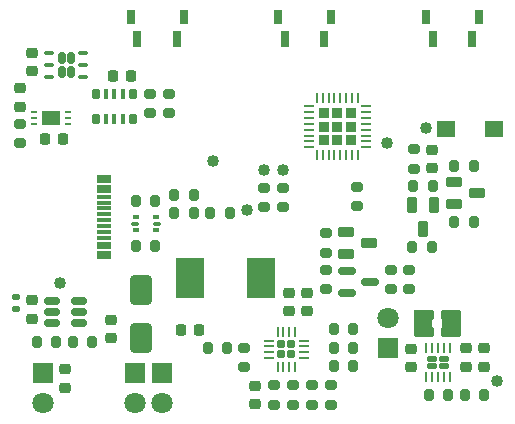
<source format=gtp>
G04 #@! TF.GenerationSoftware,KiCad,Pcbnew,8.0.2*
G04 #@! TF.CreationDate,2024-06-16T15:54:46+08:00*
G04 #@! TF.ProjectId,PerpetualClock,50657270-6574-4756-916c-436c6f636b2e,rev?*
G04 #@! TF.SameCoordinates,Original*
G04 #@! TF.FileFunction,Paste,Top*
G04 #@! TF.FilePolarity,Positive*
%FSLAX46Y46*%
G04 Gerber Fmt 4.6, Leading zero omitted, Abs format (unit mm)*
G04 Created by KiCad (PCBNEW 8.0.2) date 2024-06-16 15:54:46*
%MOMM*%
%LPD*%
G01*
G04 APERTURE LIST*
G04 Aperture macros list*
%AMRoundRect*
0 Rectangle with rounded corners*
0 $1 Rounding radius*
0 $2 $3 $4 $5 $6 $7 $8 $9 X,Y pos of 4 corners*
0 Add a 4 corners polygon primitive as box body*
4,1,4,$2,$3,$4,$5,$6,$7,$8,$9,$2,$3,0*
0 Add four circle primitives for the rounded corners*
1,1,$1+$1,$2,$3*
1,1,$1+$1,$4,$5*
1,1,$1+$1,$6,$7*
1,1,$1+$1,$8,$9*
0 Add four rect primitives between the rounded corners*
20,1,$1+$1,$2,$3,$4,$5,0*
20,1,$1+$1,$4,$5,$6,$7,0*
20,1,$1+$1,$6,$7,$8,$9,0*
20,1,$1+$1,$8,$9,$2,$3,0*%
G04 Aperture macros list end*
%ADD10C,0.120000*%
%ADD11RoundRect,0.062500X-0.062500X0.350000X-0.062500X-0.350000X0.062500X-0.350000X0.062500X0.350000X0*%
%ADD12RoundRect,0.120000X-0.285000X0.120000X-0.285000X-0.120000X0.285000X-0.120000X0.285000X0.120000X0*%
%ADD13R,0.800000X1.400000*%
%ADD14R,0.800000X1.200000*%
%ADD15RoundRect,0.175000X-0.175000X0.275000X-0.175000X-0.275000X0.175000X-0.275000X0.175000X0.275000X0*%
%ADD16RoundRect,0.100000X-0.100000X0.350000X-0.100000X-0.350000X0.100000X-0.350000X0.100000X0.350000X0*%
%ADD17RoundRect,0.225000X-0.250000X0.225000X-0.250000X-0.225000X0.250000X-0.225000X0.250000X0.225000X0*%
%ADD18RoundRect,0.200000X0.275000X-0.200000X0.275000X0.200000X-0.275000X0.200000X-0.275000X-0.200000X0*%
%ADD19RoundRect,0.200000X-0.275000X0.200000X-0.275000X-0.200000X0.275000X-0.200000X0.275000X0.200000X0*%
%ADD20RoundRect,0.062500X-0.062500X-0.350000X0.062500X-0.350000X0.062500X0.350000X-0.062500X0.350000X0*%
%ADD21RoundRect,0.062500X-0.350000X-0.062500X0.350000X-0.062500X0.350000X0.062500X-0.350000X0.062500X0*%
%ADD22RoundRect,0.170000X-0.170000X-0.170000X0.170000X-0.170000X0.170000X0.170000X-0.170000X0.170000X0*%
%ADD23R,1.635000X2.160000*%
%ADD24RoundRect,0.200000X-0.200000X-0.275000X0.200000X-0.275000X0.200000X0.275000X-0.200000X0.275000X0*%
%ADD25RoundRect,0.147500X0.172500X-0.147500X0.172500X0.147500X-0.172500X0.147500X-0.172500X-0.147500X0*%
%ADD26RoundRect,0.225000X-0.225000X-0.250000X0.225000X-0.250000X0.225000X0.250000X-0.225000X0.250000X0*%
%ADD27C,1.017268*%
%ADD28RoundRect,0.150000X-0.587500X-0.150000X0.587500X-0.150000X0.587500X0.150000X-0.587500X0.150000X0*%
%ADD29RoundRect,0.200000X0.200000X0.275000X-0.200000X0.275000X-0.200000X-0.275000X0.200000X-0.275000X0*%
%ADD30RoundRect,0.225000X0.250000X-0.225000X0.250000X0.225000X-0.250000X0.225000X-0.250000X-0.225000X0*%
%ADD31RoundRect,0.062500X0.062500X0.375000X-0.062500X0.375000X-0.062500X-0.375000X0.062500X-0.375000X0*%
%ADD32RoundRect,0.062500X0.375000X0.062500X-0.375000X0.062500X-0.375000X-0.062500X0.375000X-0.062500X0*%
%ADD33RoundRect,0.232500X0.232500X0.232500X-0.232500X0.232500X-0.232500X-0.232500X0.232500X-0.232500X0*%
%ADD34R,1.800000X1.800000*%
%ADD35C,1.800000*%
%ADD36RoundRect,0.100000X0.300000X0.100000X-0.300000X0.100000X-0.300000X-0.100000X0.300000X-0.100000X0*%
%ADD37RoundRect,0.150000X0.150000X0.335000X-0.150000X0.335000X-0.150000X-0.335000X0.150000X-0.335000X0*%
%ADD38RoundRect,0.093750X0.156250X0.093750X-0.156250X0.093750X-0.156250X-0.093750X0.156250X-0.093750X0*%
%ADD39RoundRect,0.075000X0.250000X0.075000X-0.250000X0.075000X-0.250000X-0.075000X0.250000X-0.075000X0*%
%ADD40RoundRect,0.050800X0.350500X-0.624850X0.350500X0.624850X-0.350500X0.624850X-0.350500X-0.624850X0*%
%ADD41R,0.505000X0.280000*%
%ADD42R,1.500000X1.200000*%
%ADD43RoundRect,0.050800X0.624850X0.350500X-0.624850X0.350500X-0.624850X-0.350500X0.624850X-0.350500X0*%
%ADD44R,1.530000X1.360000*%
%ADD45R,2.350000X3.500000*%
%ADD46RoundRect,0.250000X0.650000X-1.000000X0.650000X1.000000X-0.650000X1.000000X-0.650000X-1.000000X0*%
%ADD47RoundRect,0.225000X0.225000X0.250000X-0.225000X0.250000X-0.225000X-0.250000X0.225000X-0.250000X0*%
%ADD48R,1.300000X0.300000*%
%ADD49RoundRect,0.150000X0.512500X0.150000X-0.512500X0.150000X-0.512500X-0.150000X0.512500X-0.150000X0*%
G04 APERTURE END LIST*
D10*
X161548000Y-59030000D02*
X161548000Y-59543000D01*
X161448000Y-59643000D01*
X161057000Y-59643000D01*
X160957000Y-59743000D01*
X160957000Y-60277000D01*
X161057000Y-60377000D01*
X161448000Y-60377000D01*
X161548000Y-60477000D01*
X161548000Y-60990000D01*
X161448000Y-61090000D01*
X159978000Y-61090000D01*
X159878000Y-60990000D01*
X159878000Y-59030000D01*
X159978000Y-58930000D01*
X161448000Y-58930000D01*
X161548000Y-59030000D01*
G36*
X161548000Y-59030000D02*
G01*
X161548000Y-59543000D01*
X161448000Y-59643000D01*
X161057000Y-59643000D01*
X160957000Y-59743000D01*
X160957000Y-60277000D01*
X161057000Y-60377000D01*
X161448000Y-60377000D01*
X161548000Y-60477000D01*
X161548000Y-60990000D01*
X161448000Y-61090000D01*
X159978000Y-61090000D01*
X159878000Y-60990000D01*
X159878000Y-59030000D01*
X159978000Y-58930000D01*
X161448000Y-58930000D01*
X161548000Y-59030000D01*
G37*
X163848000Y-59030000D02*
X163848000Y-60990000D01*
X163748000Y-61090000D01*
X162278000Y-61090000D01*
X162178000Y-60990000D01*
X162178000Y-60477000D01*
X162278000Y-60377000D01*
X162669000Y-60377000D01*
X162769000Y-60277000D01*
X162769000Y-59743000D01*
X162669000Y-59643000D01*
X162278000Y-59643000D01*
X162178000Y-59543000D01*
X162178000Y-59030000D01*
X162278000Y-58930000D01*
X163748000Y-58930000D01*
X163848000Y-59030000D01*
G36*
X163848000Y-59030000D02*
G01*
X163848000Y-60990000D01*
X163748000Y-61090000D01*
X162278000Y-61090000D01*
X162178000Y-60990000D01*
X162178000Y-60477000D01*
X162278000Y-60377000D01*
X162669000Y-60377000D01*
X162769000Y-60277000D01*
X162769000Y-59743000D01*
X162669000Y-59643000D01*
X162278000Y-59643000D01*
X162178000Y-59543000D01*
X162178000Y-59030000D01*
X162278000Y-58930000D01*
X163748000Y-58930000D01*
X163848000Y-59030000D01*
G37*
D11*
X162963000Y-64562500D03*
X162463000Y-64562500D03*
X161963000Y-64562500D03*
X161463000Y-64562500D03*
X160963000Y-64562500D03*
X160963000Y-62137500D03*
X161463000Y-62137500D03*
X161963000Y-62137500D03*
X162463000Y-62137500D03*
X162963000Y-62137500D03*
D12*
X161463000Y-63650000D03*
X162463000Y-63650000D03*
X161463000Y-63050000D03*
X162463000Y-63050000D03*
D13*
X161485000Y-35978000D03*
X164835000Y-35978000D03*
D14*
X160910000Y-34144000D03*
X165410000Y-34144000D03*
D13*
X148985000Y-35978000D03*
X152335000Y-35978000D03*
D14*
X148410000Y-34144000D03*
X152910000Y-34144000D03*
D13*
X136485000Y-35978000D03*
X139835000Y-35978000D03*
D14*
X135910000Y-34144000D03*
X140410000Y-34144000D03*
D15*
X136090000Y-40621250D03*
D16*
X135240000Y-40621250D03*
X134540000Y-40621250D03*
X133840000Y-40621250D03*
D15*
X132990000Y-40621250D03*
X132990000Y-42721250D03*
D16*
X133840000Y-42721250D03*
X134540000Y-42721250D03*
X135240000Y-42721250D03*
D15*
X136090000Y-42721250D03*
D17*
X146440000Y-65355000D03*
X146440000Y-66905000D03*
D18*
X137580000Y-42265000D03*
X137580000Y-40615000D03*
D19*
X151277500Y-65305000D03*
X151277500Y-66955000D03*
D20*
X148360000Y-60800000D03*
X148860000Y-60800000D03*
X149360000Y-60800000D03*
X149860000Y-60800000D03*
D21*
X150572500Y-61512500D03*
X150572500Y-62012500D03*
X150572500Y-62512500D03*
X150572500Y-63012500D03*
D20*
X149860000Y-63725000D03*
X149360000Y-63725000D03*
X148860000Y-63725000D03*
X148360000Y-63725000D03*
D21*
X147647500Y-63012500D03*
X147647500Y-62512500D03*
X147647500Y-62012500D03*
X147647500Y-61512500D03*
D22*
X149530000Y-62682500D03*
X149530000Y-61842500D03*
X148690000Y-62682500D03*
X148690000Y-61842500D03*
D23*
X163031000Y-60010000D03*
X160695000Y-60010000D03*
D24*
X159835000Y-48430000D03*
X161485000Y-48430000D03*
D25*
X126220000Y-58825000D03*
X126220000Y-57855000D03*
D18*
X148052500Y-66955000D03*
X148052500Y-65305000D03*
D26*
X134435000Y-39121250D03*
X135985000Y-39121250D03*
D27*
X160949200Y-43544600D03*
D28*
X154280000Y-55595000D03*
X154280000Y-57495000D03*
X156155000Y-56545000D03*
D18*
X155124000Y-50147000D03*
X155124000Y-48497000D03*
D24*
X139615000Y-50690000D03*
X141265000Y-50690000D03*
X153140000Y-63690000D03*
X154790000Y-63690000D03*
D29*
X129615000Y-61615000D03*
X127965000Y-61615000D03*
D30*
X134270000Y-61285000D03*
X134270000Y-59735000D03*
D31*
X155180000Y-45840000D03*
X154680000Y-45840000D03*
X154180000Y-45840000D03*
X153680000Y-45840000D03*
X153180000Y-45840000D03*
X152680000Y-45840000D03*
X152180000Y-45840000D03*
X151680000Y-45840000D03*
D32*
X150992500Y-45152500D03*
X150992500Y-44652500D03*
X150992500Y-44152500D03*
X150992500Y-43652500D03*
X150992500Y-43152500D03*
X150992500Y-42652500D03*
X150992500Y-42152500D03*
X150992500Y-41652500D03*
D31*
X151680000Y-40965000D03*
X152180000Y-40965000D03*
X152680000Y-40965000D03*
X153180000Y-40965000D03*
X153680000Y-40965000D03*
X154180000Y-40965000D03*
X154680000Y-40965000D03*
X155180000Y-40965000D03*
D32*
X155867500Y-41652500D03*
X155867500Y-42152500D03*
X155867500Y-42652500D03*
X155867500Y-43152500D03*
X155867500Y-43652500D03*
X155867500Y-44152500D03*
X155867500Y-44652500D03*
X155867500Y-45152500D03*
D33*
X152280000Y-42252500D03*
X152280000Y-43402500D03*
X152280000Y-44552500D03*
X153430000Y-42252500D03*
X153430000Y-43402500D03*
X153430000Y-44552500D03*
X154580000Y-42252500D03*
X154580000Y-43402500D03*
X154580000Y-44552500D03*
D34*
X138587000Y-64280000D03*
D35*
X138587000Y-66820000D03*
D19*
X147250000Y-48565000D03*
X147250000Y-50215000D03*
D18*
X157980000Y-57155000D03*
X157980000Y-55505000D03*
D36*
X129025000Y-39160000D03*
X129025000Y-38160000D03*
X129025000Y-37160000D03*
X131925000Y-37160000D03*
X131925000Y-38160000D03*
X131925000Y-39160000D03*
D37*
X130100000Y-37560000D03*
X130100000Y-38760000D03*
X130850000Y-37560000D03*
X130850000Y-38760000D03*
D18*
X152460000Y-54070000D03*
X152460000Y-52420000D03*
D29*
X165855000Y-66110000D03*
X164205000Y-66110000D03*
D38*
X138040000Y-52137500D03*
D39*
X138115000Y-51600000D03*
D38*
X138040000Y-51062500D03*
X136340000Y-51062500D03*
D39*
X136265000Y-51600000D03*
D38*
X136340000Y-52137500D03*
D18*
X145560000Y-63755000D03*
X145560000Y-62105000D03*
D29*
X164980000Y-46730000D03*
X163330000Y-46730000D03*
D27*
X148800000Y-47040000D03*
D24*
X142645000Y-50680000D03*
X144295000Y-50680000D03*
D19*
X148780000Y-48555000D03*
X148780000Y-50205000D03*
D24*
X163330000Y-51480000D03*
X164980000Y-51480000D03*
D27*
X145740000Y-50460000D03*
D19*
X149665000Y-65305000D03*
X149665000Y-66955000D03*
D17*
X165833000Y-62175000D03*
X165833000Y-63725000D03*
D40*
X161630000Y-50045000D03*
X159730000Y-50045000D03*
X160680000Y-52046600D03*
D29*
X161425000Y-53570000D03*
X159775000Y-53570000D03*
D35*
X128480000Y-66790000D03*
D34*
X128480000Y-64250000D03*
D18*
X126520000Y-44795000D03*
X126520000Y-43145000D03*
D24*
X136365000Y-49690000D03*
X138015000Y-49690000D03*
D27*
X157664000Y-44750000D03*
D29*
X162808000Y-66110000D03*
X161158000Y-66110000D03*
X154790000Y-62110000D03*
X153140000Y-62110000D03*
D19*
X159530000Y-55505000D03*
X159530000Y-57155000D03*
D30*
X149290000Y-59030000D03*
X149290000Y-57480000D03*
D41*
X127778250Y-42150000D03*
X127778250Y-42650000D03*
X127778250Y-43150000D03*
X130632250Y-43150000D03*
X130632250Y-42650000D03*
X130632250Y-42150000D03*
D42*
X129205250Y-42650000D03*
D17*
X127570000Y-58110000D03*
X127570000Y-59660000D03*
D29*
X144105000Y-62180000D03*
X142455000Y-62180000D03*
D18*
X152460000Y-57155000D03*
X152460000Y-55505000D03*
D17*
X161430000Y-45360000D03*
X161430000Y-46910000D03*
D27*
X129927200Y-56662600D03*
X147230000Y-47050000D03*
D43*
X163274850Y-48080000D03*
X163274850Y-49980000D03*
X165276450Y-49030000D03*
D30*
X150840000Y-59025000D03*
X150840000Y-57475000D03*
D24*
X139615000Y-49150000D03*
X141265000Y-49150000D03*
D44*
X162590000Y-43630000D03*
X166660000Y-43630000D03*
D29*
X138015000Y-53510000D03*
X136365000Y-53510000D03*
D45*
X140930000Y-56180000D03*
X146980000Y-56180000D03*
D18*
X139140000Y-42265000D03*
X139140000Y-40615000D03*
D29*
X154790000Y-60530000D03*
X153140000Y-60530000D03*
D30*
X127560000Y-38675000D03*
X127560000Y-37125000D03*
D34*
X136297000Y-64280000D03*
D35*
X136297000Y-66820000D03*
D19*
X159890000Y-45320000D03*
X159890000Y-46970000D03*
D46*
X136840000Y-61260000D03*
X136840000Y-57260000D03*
D18*
X152890000Y-66955000D03*
X152890000Y-65305000D03*
D26*
X140195000Y-60590000D03*
X141745000Y-60590000D03*
D47*
X130205000Y-44430000D03*
X128655000Y-44430000D03*
D48*
X133678010Y-48026000D03*
X133678110Y-48835880D03*
X133677990Y-49325920D03*
X133678010Y-50325920D03*
X133677990Y-51826040D03*
X133677990Y-52826040D03*
X133678060Y-53315960D03*
X133678090Y-54125890D03*
X133678110Y-54477600D03*
X133678110Y-53625960D03*
X133677990Y-52325660D03*
X133678010Y-51325920D03*
X133677990Y-50826050D03*
X133677990Y-49826050D03*
X133678040Y-48515970D03*
X133678010Y-47675990D03*
D49*
X131557500Y-60055000D03*
X131557500Y-59105000D03*
X131557500Y-58155000D03*
X129282500Y-58155000D03*
X129282500Y-59105000D03*
X129282500Y-60055000D03*
D17*
X164283000Y-62175000D03*
X164283000Y-63725000D03*
X159633000Y-62185000D03*
X159633000Y-63735000D03*
X130370000Y-65505000D03*
X130370000Y-63955000D03*
D27*
X142932000Y-46274000D03*
D43*
X154139200Y-52305000D03*
X154139200Y-54205000D03*
X156140800Y-53255000D03*
D34*
X157743000Y-62120000D03*
D35*
X157743000Y-59580000D03*
D27*
X166929200Y-64894600D03*
D30*
X126520000Y-41695000D03*
X126520000Y-40145000D03*
D24*
X131015000Y-61615000D03*
X132665000Y-61615000D03*
M02*

</source>
